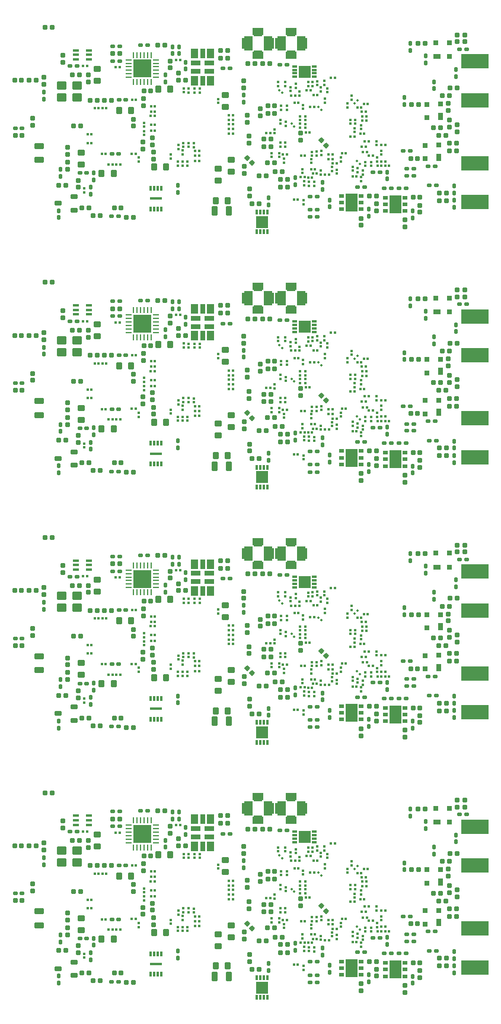
<source format=gbp>
G04*
G04 #@! TF.GenerationSoftware,Altium Limited,Altium Designer,19.1.5 (86)*
G04*
G04 Layer_Color=128*
%FSLAX44Y44*%
%MOMM*%
G71*
G01*
G75*
G04:AMPARAMS|DCode=14|XSize=0.6mm|YSize=0.6mm|CornerRadius=0.06mm|HoleSize=0mm|Usage=FLASHONLY|Rotation=270.000|XOffset=0mm|YOffset=0mm|HoleType=Round|Shape=RoundedRectangle|*
%AMROUNDEDRECTD14*
21,1,0.6000,0.4800,0,0,270.0*
21,1,0.4800,0.6000,0,0,270.0*
1,1,0.1200,-0.2400,-0.2400*
1,1,0.1200,-0.2400,0.2400*
1,1,0.1200,0.2400,0.2400*
1,1,0.1200,0.2400,-0.2400*
%
%ADD14ROUNDEDRECTD14*%
G04:AMPARAMS|DCode=15|XSize=0.6mm|YSize=0.6mm|CornerRadius=0.06mm|HoleSize=0mm|Usage=FLASHONLY|Rotation=0.000|XOffset=0mm|YOffset=0mm|HoleType=Round|Shape=RoundedRectangle|*
%AMROUNDEDRECTD15*
21,1,0.6000,0.4800,0,0,0.0*
21,1,0.4800,0.6000,0,0,0.0*
1,1,0.1200,0.2400,-0.2400*
1,1,0.1200,-0.2400,-0.2400*
1,1,0.1200,-0.2400,0.2400*
1,1,0.1200,0.2400,0.2400*
%
%ADD15ROUNDEDRECTD15*%
G04:AMPARAMS|DCode=16|XSize=1mm|YSize=0.9mm|CornerRadius=0.1125mm|HoleSize=0mm|Usage=FLASHONLY|Rotation=180.000|XOffset=0mm|YOffset=0mm|HoleType=Round|Shape=RoundedRectangle|*
%AMROUNDEDRECTD16*
21,1,1.0000,0.6750,0,0,180.0*
21,1,0.7750,0.9000,0,0,180.0*
1,1,0.2250,-0.3875,0.3375*
1,1,0.2250,0.3875,0.3375*
1,1,0.2250,0.3875,-0.3375*
1,1,0.2250,-0.3875,-0.3375*
%
%ADD16ROUNDEDRECTD16*%
G04:AMPARAMS|DCode=19|XSize=1mm|YSize=0.9mm|CornerRadius=0.1125mm|HoleSize=0mm|Usage=FLASHONLY|Rotation=270.000|XOffset=0mm|YOffset=0mm|HoleType=Round|Shape=RoundedRectangle|*
%AMROUNDEDRECTD19*
21,1,1.0000,0.6750,0,0,270.0*
21,1,0.7750,0.9000,0,0,270.0*
1,1,0.2250,-0.3375,-0.3875*
1,1,0.2250,-0.3375,0.3875*
1,1,0.2250,0.3375,0.3875*
1,1,0.2250,0.3375,-0.3875*
%
%ADD19ROUNDEDRECTD19*%
G04:AMPARAMS|DCode=20|XSize=0.5mm|YSize=0.6mm|CornerRadius=0.05mm|HoleSize=0mm|Usage=FLASHONLY|Rotation=90.000|XOffset=0mm|YOffset=0mm|HoleType=Round|Shape=RoundedRectangle|*
%AMROUNDEDRECTD20*
21,1,0.5000,0.5000,0,0,90.0*
21,1,0.4000,0.6000,0,0,90.0*
1,1,0.1000,0.2500,0.2000*
1,1,0.1000,0.2500,-0.2000*
1,1,0.1000,-0.2500,-0.2000*
1,1,0.1000,-0.2500,0.2000*
%
%ADD20ROUNDEDRECTD20*%
G04:AMPARAMS|DCode=21|XSize=0.5mm|YSize=0.6mm|CornerRadius=0.05mm|HoleSize=0mm|Usage=FLASHONLY|Rotation=0.000|XOffset=0mm|YOffset=0mm|HoleType=Round|Shape=RoundedRectangle|*
%AMROUNDEDRECTD21*
21,1,0.5000,0.5000,0,0,0.0*
21,1,0.4000,0.6000,0,0,0.0*
1,1,0.1000,0.2000,-0.2500*
1,1,0.1000,-0.2000,-0.2500*
1,1,0.1000,-0.2000,0.2500*
1,1,0.1000,0.2000,0.2500*
%
%ADD21ROUNDEDRECTD21*%
%ADD27R,4.0000X2.0000*%
%ADD35R,0.3500X0.3000*%
%ADD39R,0.3000X0.3500*%
G04:AMPARAMS|DCode=42|XSize=1.3mm|YSize=0.8mm|CornerRadius=0.1mm|HoleSize=0mm|Usage=FLASHONLY|Rotation=270.000|XOffset=0mm|YOffset=0mm|HoleType=Round|Shape=RoundedRectangle|*
%AMROUNDEDRECTD42*
21,1,1.3000,0.6000,0,0,270.0*
21,1,1.1000,0.8000,0,0,270.0*
1,1,0.2000,-0.3000,-0.5500*
1,1,0.2000,-0.3000,0.5500*
1,1,0.2000,0.3000,0.5500*
1,1,0.2000,0.3000,-0.5500*
%
%ADD42ROUNDEDRECTD42*%
G04:AMPARAMS|DCode=83|XSize=0.3mm|YSize=0.35mm|CornerRadius=0mm|HoleSize=0mm|Usage=FLASHONLY|Rotation=315.000|XOffset=0mm|YOffset=0mm|HoleType=Round|Shape=Rectangle|*
%AMROTATEDRECTD83*
4,1,4,-0.2298,-0.0177,0.0177,0.2298,0.2298,0.0177,-0.0177,-0.2298,-0.2298,-0.0177,0.0*
%
%ADD83ROTATEDRECTD83*%

G04:AMPARAMS|DCode=84|XSize=0.6mm|YSize=0.6mm|CornerRadius=0.06mm|HoleSize=0mm|Usage=FLASHONLY|Rotation=45.000|XOffset=0mm|YOffset=0mm|HoleType=Round|Shape=RoundedRectangle|*
%AMROUNDEDRECTD84*
21,1,0.6000,0.4800,0,0,45.0*
21,1,0.4800,0.6000,0,0,45.0*
1,1,0.1200,0.3394,0.0000*
1,1,0.1200,0.0000,-0.3394*
1,1,0.1200,-0.3394,0.0000*
1,1,0.1200,0.0000,0.3394*
%
%ADD84ROUNDEDRECTD84*%
%ADD85R,0.3000X0.8000*%
%ADD86R,1.8000X0.3000*%
%ADD87R,1.5500X1.0000*%
%ADD88R,1.2000X1.6000*%
%ADD89R,1.2000X1.2000*%
%ADD90R,1.2000X2.1500*%
%ADD91R,1.0000X0.7000*%
%ADD92R,0.7000X0.7000*%
%ADD93R,0.7000X0.7000*%
%ADD94R,0.7000X1.0000*%
G04:AMPARAMS|DCode=95|XSize=0.6mm|YSize=1mm|CornerRadius=0.075mm|HoleSize=0mm|Usage=FLASHONLY|Rotation=270.000|XOffset=0mm|YOffset=0mm|HoleType=Round|Shape=RoundedRectangle|*
%AMROUNDEDRECTD95*
21,1,0.6000,0.8500,0,0,270.0*
21,1,0.4500,1.0000,0,0,270.0*
1,1,0.1500,-0.4250,-0.2250*
1,1,0.1500,-0.4250,0.2250*
1,1,0.1500,0.4250,0.2250*
1,1,0.1500,0.4250,-0.2250*
%
%ADD95ROUNDEDRECTD95*%
%ADD96R,0.8500X0.4000*%
G04:AMPARAMS|DCode=99|XSize=1.3mm|YSize=0.8mm|CornerRadius=0.1mm|HoleSize=0mm|Usage=FLASHONLY|Rotation=180.000|XOffset=0mm|YOffset=0mm|HoleType=Round|Shape=RoundedRectangle|*
%AMROUNDEDRECTD99*
21,1,1.3000,0.6000,0,0,180.0*
21,1,1.1000,0.8000,0,0,180.0*
1,1,0.2000,-0.5500,0.3000*
1,1,0.2000,0.5500,0.3000*
1,1,0.2000,0.5500,-0.3000*
1,1,0.2000,-0.5500,-0.3000*
%
%ADD99ROUNDEDRECTD99*%
G04:AMPARAMS|DCode=100|XSize=1.4mm|YSize=1.2mm|CornerRadius=0.15mm|HoleSize=0mm|Usage=FLASHONLY|Rotation=0.000|XOffset=0mm|YOffset=0mm|HoleType=Round|Shape=RoundedRectangle|*
%AMROUNDEDRECTD100*
21,1,1.4000,0.9000,0,0,0.0*
21,1,1.1000,1.2000,0,0,0.0*
1,1,0.3000,0.5500,-0.4500*
1,1,0.3000,-0.5500,-0.4500*
1,1,0.3000,-0.5500,0.4500*
1,1,0.3000,0.5500,0.4500*
%
%ADD100ROUNDEDRECTD100*%
%ADD101R,2.6000X2.6000*%
%ADD102O,0.2500X0.9000*%
%ADD103O,0.9000X0.2500*%
%ADD106R,0.7000X1.3500*%
%ADD107R,1.3500X0.7000*%
%ADD108R,1.0000X1.3500*%
%ADD109R,1.7000X1.7000*%
%ADD110R,0.6500X0.3000*%
%ADD111R,1.7000X1.7000*%
%ADD112R,0.3000X0.6500*%
%ADD114R,1.7000X2.5000*%
%ADD115R,0.7000X0.5000*%
G04:AMPARAMS|DCode=116|XSize=0.3mm|YSize=0.35mm|CornerRadius=0mm|HoleSize=0mm|Usage=FLASHONLY|Rotation=45.000|XOffset=0mm|YOffset=0mm|HoleType=Round|Shape=Rectangle|*
%AMROTATEDRECTD116*
4,1,4,0.0177,-0.2298,-0.2298,0.0177,-0.0177,0.2298,0.2298,-0.0177,0.0177,-0.2298,0.0*
%
%ADD116ROTATEDRECTD116*%

D14*
X181250Y35000D02*
D03*
X171250D02*
D03*
X154000Y48500D02*
D03*
X164000D02*
D03*
X590615Y63055D02*
D03*
X580615D02*
D03*
X528115Y65305D02*
D03*
X518115D02*
D03*
X255750Y230000D02*
D03*
X245750D02*
D03*
X74500Y80750D02*
D03*
X84500D02*
D03*
X124000Y37500D02*
D03*
X134000D02*
D03*
X108000Y48500D02*
D03*
X118000D02*
D03*
X620125Y162625D02*
D03*
X610125D02*
D03*
X587500Y282500D02*
D03*
X597500D02*
D03*
X587250Y118750D02*
D03*
X577250D02*
D03*
X588750Y195750D02*
D03*
X578750Y195750D02*
D03*
X627625Y151625D02*
D03*
X617625D02*
D03*
X632875Y207875D02*
D03*
X622875D02*
D03*
X643250Y219000D02*
D03*
X633250D02*
D03*
X642750Y140500D02*
D03*
X632750Y140500D02*
D03*
X206250Y215250D02*
D03*
X196250D02*
D03*
X21750Y230000D02*
D03*
X11750D02*
D03*
X32750D02*
D03*
X42750D02*
D03*
X368000Y135750D02*
D03*
X378000D02*
D03*
X365750Y253750D02*
D03*
X375750D02*
D03*
X344750D02*
D03*
X354750D02*
D03*
X22525Y151705D02*
D03*
X12525D02*
D03*
X360500Y54250D02*
D03*
X350500D02*
D03*
X119500Y201750D02*
D03*
X129500D02*
D03*
X149750D02*
D03*
X139750D02*
D03*
X96000Y164750D02*
D03*
X106000D02*
D03*
X94250Y237500D02*
D03*
X104250D02*
D03*
X216250Y280250D02*
D03*
X226250D02*
D03*
X632750Y129500D02*
D03*
X642750D02*
D03*
X368010Y146214D02*
D03*
X378010D02*
D03*
X373260Y193714D02*
D03*
X383260D02*
D03*
X373223Y182750D02*
D03*
X383223D02*
D03*
X373000Y112777D02*
D03*
X383000D02*
D03*
X371000Y94277D02*
D03*
X361000D02*
D03*
X401500Y89027D02*
D03*
X391500D02*
D03*
X393500Y100027D02*
D03*
X383500D02*
D03*
X401510Y77964D02*
D03*
X391510D02*
D03*
X306000Y261750D02*
D03*
X316000D02*
D03*
X305944Y272913D02*
D03*
X315944D02*
D03*
X151750Y268250D02*
D03*
X161750D02*
D03*
X65000Y305750D02*
D03*
X55000D02*
D03*
X618000Y58780D02*
D03*
X628000D02*
D03*
X618000Y69750D02*
D03*
X628000D02*
D03*
X181250Y398700D02*
D03*
X171250D02*
D03*
X154000Y412200D02*
D03*
X164000D02*
D03*
X590615Y426755D02*
D03*
X580615D02*
D03*
X528115Y429005D02*
D03*
X518115D02*
D03*
X255750Y593700D02*
D03*
X245750D02*
D03*
X74500Y444450D02*
D03*
X84500D02*
D03*
X124000Y401200D02*
D03*
X134000D02*
D03*
X108000Y412200D02*
D03*
X118000D02*
D03*
X620125Y526325D02*
D03*
X610125D02*
D03*
X587500Y646200D02*
D03*
X597500D02*
D03*
X587250Y482450D02*
D03*
X577250D02*
D03*
X588750Y559450D02*
D03*
X578750Y559450D02*
D03*
X627625Y515325D02*
D03*
X617625D02*
D03*
X632875Y571575D02*
D03*
X622875D02*
D03*
X643250Y582700D02*
D03*
X633250D02*
D03*
X642750Y504200D02*
D03*
X632750Y504200D02*
D03*
X206250Y578950D02*
D03*
X196250D02*
D03*
X21750Y593700D02*
D03*
X11750D02*
D03*
X32750D02*
D03*
X42750D02*
D03*
X368000Y499450D02*
D03*
X378000D02*
D03*
X365750Y617450D02*
D03*
X375750D02*
D03*
X344750D02*
D03*
X354750D02*
D03*
X22525Y515405D02*
D03*
X12525D02*
D03*
X360500Y417950D02*
D03*
X350500D02*
D03*
X119500Y565450D02*
D03*
X129500D02*
D03*
X149750D02*
D03*
X139750D02*
D03*
X96000Y528450D02*
D03*
X106000D02*
D03*
X94250Y601200D02*
D03*
X104250D02*
D03*
X216250Y643950D02*
D03*
X226250D02*
D03*
X632750Y493200D02*
D03*
X642750D02*
D03*
X368010Y509914D02*
D03*
X378010D02*
D03*
X373260Y557414D02*
D03*
X383260D02*
D03*
X373223Y546450D02*
D03*
X383223D02*
D03*
X373000Y476477D02*
D03*
X383000D02*
D03*
X371000Y457977D02*
D03*
X361000D02*
D03*
X401500Y452727D02*
D03*
X391500D02*
D03*
X393500Y463727D02*
D03*
X383500D02*
D03*
X401510Y441664D02*
D03*
X391510D02*
D03*
X306000Y625450D02*
D03*
X316000D02*
D03*
X305944Y636613D02*
D03*
X315944D02*
D03*
X151750Y631950D02*
D03*
X161750D02*
D03*
X65000Y669450D02*
D03*
X55000D02*
D03*
X618000Y422480D02*
D03*
X628000D02*
D03*
X618000Y433450D02*
D03*
X628000D02*
D03*
X181250Y762400D02*
D03*
X171250D02*
D03*
X154000Y775900D02*
D03*
X164000D02*
D03*
X590615Y790455D02*
D03*
X580615D02*
D03*
X528115Y792705D02*
D03*
X518115D02*
D03*
X255750Y957400D02*
D03*
X245750D02*
D03*
X74500Y808150D02*
D03*
X84500D02*
D03*
X124000Y764900D02*
D03*
X134000D02*
D03*
X108000Y775900D02*
D03*
X118000D02*
D03*
X620125Y890025D02*
D03*
X610125D02*
D03*
X587500Y1009900D02*
D03*
X597500D02*
D03*
X587250Y846150D02*
D03*
X577250D02*
D03*
X588750Y923150D02*
D03*
X578750Y923150D02*
D03*
X627625Y879025D02*
D03*
X617625D02*
D03*
X632875Y935275D02*
D03*
X622875D02*
D03*
X643250Y946400D02*
D03*
X633250D02*
D03*
X642750Y867900D02*
D03*
X632750Y867900D02*
D03*
X206250Y942650D02*
D03*
X196250D02*
D03*
X21750Y957400D02*
D03*
X11750D02*
D03*
X32750D02*
D03*
X42750D02*
D03*
X368000Y863150D02*
D03*
X378000D02*
D03*
X365750Y981150D02*
D03*
X375750D02*
D03*
X344750D02*
D03*
X354750D02*
D03*
X22525Y879105D02*
D03*
X12525D02*
D03*
X360500Y781650D02*
D03*
X350500D02*
D03*
X119500Y929150D02*
D03*
X129500D02*
D03*
X149750D02*
D03*
X139750D02*
D03*
X96000Y892150D02*
D03*
X106000D02*
D03*
X94250Y964900D02*
D03*
X104250D02*
D03*
X216250Y1007650D02*
D03*
X226250D02*
D03*
X632750Y856900D02*
D03*
X642750D02*
D03*
X368010Y873614D02*
D03*
X378010D02*
D03*
X373260Y921114D02*
D03*
X383260D02*
D03*
X373223Y910150D02*
D03*
X383223D02*
D03*
X373000Y840177D02*
D03*
X383000D02*
D03*
X371000Y821677D02*
D03*
X361000D02*
D03*
X401500Y816427D02*
D03*
X391500D02*
D03*
X393500Y827427D02*
D03*
X383500D02*
D03*
X401510Y805364D02*
D03*
X391510D02*
D03*
X306000Y989150D02*
D03*
X316000D02*
D03*
X305944Y1000313D02*
D03*
X315944D02*
D03*
X151750Y995650D02*
D03*
X161750D02*
D03*
X65000Y1033150D02*
D03*
X55000D02*
D03*
X618000Y786180D02*
D03*
X628000D02*
D03*
X618000Y797150D02*
D03*
X628000D02*
D03*
X181250Y1126100D02*
D03*
X171250D02*
D03*
X154000Y1139600D02*
D03*
X164000D02*
D03*
X590615Y1154155D02*
D03*
X580615D02*
D03*
X528115Y1156405D02*
D03*
X518115D02*
D03*
X255750Y1321100D02*
D03*
X245750D02*
D03*
X74500Y1171850D02*
D03*
X84500D02*
D03*
X124000Y1128600D02*
D03*
X134000D02*
D03*
X108000Y1139600D02*
D03*
X118000D02*
D03*
X620125Y1253725D02*
D03*
X610125D02*
D03*
X587500Y1373600D02*
D03*
X597500D02*
D03*
X587250Y1209850D02*
D03*
X577250D02*
D03*
X588750Y1286850D02*
D03*
X578750Y1286850D02*
D03*
X627625Y1242725D02*
D03*
X617625D02*
D03*
X632875Y1298975D02*
D03*
X622875D02*
D03*
X643250Y1310100D02*
D03*
X633250D02*
D03*
X642750Y1231600D02*
D03*
X632750Y1231600D02*
D03*
X206250Y1306350D02*
D03*
X196250D02*
D03*
X21750Y1321100D02*
D03*
X11750D02*
D03*
X32750D02*
D03*
X42750D02*
D03*
X368000Y1226850D02*
D03*
X378000D02*
D03*
X365750Y1344850D02*
D03*
X375750D02*
D03*
X344750D02*
D03*
X354750D02*
D03*
X22525Y1242805D02*
D03*
X12525D02*
D03*
X360500Y1145350D02*
D03*
X350500D02*
D03*
X119500Y1292850D02*
D03*
X129500D02*
D03*
X149750D02*
D03*
X139750D02*
D03*
X96000Y1255850D02*
D03*
X106000D02*
D03*
X94250Y1328600D02*
D03*
X104250D02*
D03*
X216250Y1371350D02*
D03*
X226250D02*
D03*
X632750Y1220600D02*
D03*
X642750D02*
D03*
X368010Y1237314D02*
D03*
X378010D02*
D03*
X373260Y1284814D02*
D03*
X383260D02*
D03*
X373223Y1273850D02*
D03*
X383223D02*
D03*
X373000Y1203877D02*
D03*
X383000D02*
D03*
X371000Y1185377D02*
D03*
X361000D02*
D03*
X401500Y1180127D02*
D03*
X391500D02*
D03*
X393500Y1191127D02*
D03*
X383500D02*
D03*
X401510Y1169064D02*
D03*
X391510D02*
D03*
X306000Y1352850D02*
D03*
X316000D02*
D03*
X305944Y1364014D02*
D03*
X315944D02*
D03*
X151750Y1359350D02*
D03*
X161750D02*
D03*
X65000Y1396850D02*
D03*
X55000D02*
D03*
X618000Y1149880D02*
D03*
X628000D02*
D03*
X618000Y1160850D02*
D03*
X628000D02*
D03*
D15*
X590500Y42000D02*
D03*
Y52000D02*
D03*
X528115Y44305D02*
D03*
Y54305D02*
D03*
X569365Y21055D02*
D03*
Y31055D02*
D03*
X506865Y23305D02*
D03*
Y33305D02*
D03*
X245885Y240025D02*
D03*
Y230025D02*
D03*
X631125Y186875D02*
D03*
Y196875D02*
D03*
X632250Y173250D02*
D03*
Y163250D02*
D03*
X37750Y176000D02*
D03*
Y166000D02*
D03*
X208750Y148250D02*
D03*
Y138250D02*
D03*
X195250Y132300D02*
D03*
Y142300D02*
D03*
X195750Y204250D02*
D03*
Y194250D02*
D03*
X181750Y174750D02*
D03*
Y164750D02*
D03*
X209750Y127750D02*
D03*
Y117750D02*
D03*
X344250Y170500D02*
D03*
Y180500D02*
D03*
X346250Y140250D02*
D03*
Y150250D02*
D03*
X362250Y179250D02*
D03*
Y189250D02*
D03*
X339000Y219000D02*
D03*
Y229000D02*
D03*
X347500Y75250D02*
D03*
Y65250D02*
D03*
X53750Y234250D02*
D03*
Y224250D02*
D03*
X87750Y134250D02*
D03*
Y124250D02*
D03*
Y113250D02*
D03*
Y103250D02*
D03*
X117000Y227500D02*
D03*
Y237500D02*
D03*
X80250Y265500D02*
D03*
Y255500D02*
D03*
X102250Y77500D02*
D03*
Y87500D02*
D03*
X643750Y167000D02*
D03*
Y157000D02*
D03*
X419760Y144714D02*
D03*
Y154714D02*
D03*
X233750Y257750D02*
D03*
Y247750D02*
D03*
X654500Y295000D02*
D03*
Y285000D02*
D03*
X643500Y295000D02*
D03*
Y285000D02*
D03*
X339750Y107250D02*
D03*
Y97250D02*
D03*
X590500Y405700D02*
D03*
Y415700D02*
D03*
X528115Y408005D02*
D03*
Y418005D02*
D03*
X569365Y384755D02*
D03*
Y394755D02*
D03*
X506865Y387005D02*
D03*
Y397005D02*
D03*
X245885Y603725D02*
D03*
Y593725D02*
D03*
X631125Y550575D02*
D03*
Y560575D02*
D03*
X632250Y536950D02*
D03*
Y526950D02*
D03*
X37750Y539700D02*
D03*
Y529700D02*
D03*
X208750Y511950D02*
D03*
Y501950D02*
D03*
X195250Y496000D02*
D03*
Y506000D02*
D03*
X195750Y567950D02*
D03*
Y557950D02*
D03*
X181750Y538450D02*
D03*
Y528450D02*
D03*
X209750Y491450D02*
D03*
Y481450D02*
D03*
X344250Y534200D02*
D03*
Y544200D02*
D03*
X346250Y503950D02*
D03*
Y513950D02*
D03*
X362250Y542950D02*
D03*
Y552950D02*
D03*
X339000Y582700D02*
D03*
Y592700D02*
D03*
X347500Y438950D02*
D03*
Y428950D02*
D03*
X53750Y597950D02*
D03*
Y587950D02*
D03*
X87750Y497950D02*
D03*
Y487950D02*
D03*
Y476950D02*
D03*
Y466950D02*
D03*
X117000Y591200D02*
D03*
Y601200D02*
D03*
X80250Y629200D02*
D03*
Y619200D02*
D03*
X102250Y441200D02*
D03*
Y451200D02*
D03*
X643750Y530700D02*
D03*
Y520700D02*
D03*
X419760Y508414D02*
D03*
Y518414D02*
D03*
X233750Y621450D02*
D03*
Y611450D02*
D03*
X654500Y658700D02*
D03*
Y648700D02*
D03*
X643500Y658700D02*
D03*
Y648700D02*
D03*
X339750Y470950D02*
D03*
Y460950D02*
D03*
X590500Y769400D02*
D03*
Y779400D02*
D03*
X528115Y771705D02*
D03*
Y781705D02*
D03*
X569365Y748455D02*
D03*
Y758455D02*
D03*
X506865Y750705D02*
D03*
Y760705D02*
D03*
X245885Y967425D02*
D03*
Y957425D02*
D03*
X631125Y914275D02*
D03*
Y924275D02*
D03*
X632250Y900650D02*
D03*
Y890650D02*
D03*
X37750Y903400D02*
D03*
Y893400D02*
D03*
X208750Y875650D02*
D03*
Y865650D02*
D03*
X195250Y859700D02*
D03*
Y869700D02*
D03*
X195750Y931650D02*
D03*
Y921650D02*
D03*
X181750Y902150D02*
D03*
Y892150D02*
D03*
X209750Y855150D02*
D03*
Y845150D02*
D03*
X344250Y897900D02*
D03*
Y907900D02*
D03*
X346250Y867650D02*
D03*
Y877650D02*
D03*
X362250Y906650D02*
D03*
Y916650D02*
D03*
X339000Y946400D02*
D03*
Y956400D02*
D03*
X347500Y802650D02*
D03*
Y792650D02*
D03*
X53750Y961650D02*
D03*
Y951650D02*
D03*
X87750Y861650D02*
D03*
Y851650D02*
D03*
Y840650D02*
D03*
Y830650D02*
D03*
X117000Y954900D02*
D03*
Y964900D02*
D03*
X80250Y992900D02*
D03*
Y982900D02*
D03*
X102250Y804900D02*
D03*
Y814900D02*
D03*
X643750Y894400D02*
D03*
Y884400D02*
D03*
X419760Y872114D02*
D03*
Y882114D02*
D03*
X233750Y985150D02*
D03*
Y975150D02*
D03*
X654500Y1022400D02*
D03*
Y1012400D02*
D03*
X643500Y1022400D02*
D03*
Y1012400D02*
D03*
X339750Y834650D02*
D03*
Y824650D02*
D03*
X590500Y1133100D02*
D03*
Y1143100D02*
D03*
X528115Y1135405D02*
D03*
Y1145405D02*
D03*
X569365Y1112155D02*
D03*
Y1122155D02*
D03*
X506865Y1114405D02*
D03*
Y1124405D02*
D03*
X245885Y1331125D02*
D03*
Y1321125D02*
D03*
X631125Y1277975D02*
D03*
Y1287975D02*
D03*
X632250Y1264350D02*
D03*
Y1254350D02*
D03*
X37750Y1267100D02*
D03*
Y1257100D02*
D03*
X208750Y1239350D02*
D03*
Y1229350D02*
D03*
X195250Y1223400D02*
D03*
Y1233400D02*
D03*
X195750Y1295350D02*
D03*
Y1285350D02*
D03*
X181750Y1265850D02*
D03*
Y1255850D02*
D03*
X209750Y1218850D02*
D03*
Y1208850D02*
D03*
X344250Y1261600D02*
D03*
Y1271600D02*
D03*
X346250Y1231350D02*
D03*
Y1241350D02*
D03*
X362250Y1270350D02*
D03*
Y1280350D02*
D03*
X339000Y1310100D02*
D03*
Y1320100D02*
D03*
X347500Y1166350D02*
D03*
Y1156350D02*
D03*
X53750Y1325350D02*
D03*
Y1315350D02*
D03*
X87750Y1225350D02*
D03*
Y1215350D02*
D03*
Y1204350D02*
D03*
Y1194350D02*
D03*
X117000Y1318600D02*
D03*
Y1328600D02*
D03*
X80250Y1356600D02*
D03*
Y1346600D02*
D03*
X102250Y1168600D02*
D03*
Y1178600D02*
D03*
X643750Y1258100D02*
D03*
Y1248100D02*
D03*
X419760Y1235814D02*
D03*
Y1245814D02*
D03*
X233750Y1348850D02*
D03*
Y1338850D02*
D03*
X654500Y1386100D02*
D03*
Y1376100D02*
D03*
X643500Y1386100D02*
D03*
Y1376100D02*
D03*
X339750Y1198350D02*
D03*
Y1188350D02*
D03*
D16*
X302500Y87250D02*
D03*
Y104250D02*
D03*
X312500Y192350D02*
D03*
Y209350D02*
D03*
X106750Y109850D02*
D03*
Y126850D02*
D03*
X321250Y99750D02*
D03*
Y116750D02*
D03*
X130000Y246000D02*
D03*
Y229000D02*
D03*
X302500Y450950D02*
D03*
Y467950D02*
D03*
X312500Y556050D02*
D03*
Y573050D02*
D03*
X106750Y473550D02*
D03*
Y490550D02*
D03*
X321250Y463450D02*
D03*
Y480450D02*
D03*
X130000Y609700D02*
D03*
Y592700D02*
D03*
X302500Y814650D02*
D03*
Y831650D02*
D03*
X312500Y919750D02*
D03*
Y936750D02*
D03*
X106750Y837250D02*
D03*
Y854250D02*
D03*
X321250Y827150D02*
D03*
Y844150D02*
D03*
X130000Y973400D02*
D03*
Y956400D02*
D03*
X302500Y1178350D02*
D03*
Y1195350D02*
D03*
X312500Y1283450D02*
D03*
Y1300450D02*
D03*
X106750Y1200950D02*
D03*
Y1217950D02*
D03*
X321250Y1190850D02*
D03*
Y1207850D02*
D03*
X130000Y1337100D02*
D03*
Y1320100D02*
D03*
D19*
X228000Y106250D02*
D03*
X211000D02*
D03*
X234000Y217250D02*
D03*
X217000D02*
D03*
X178250Y187000D02*
D03*
X161250D02*
D03*
X153000Y97250D02*
D03*
X136000D02*
D03*
X299000Y58750D02*
D03*
X316000D02*
D03*
X228000Y469950D02*
D03*
X211000D02*
D03*
X234000Y580950D02*
D03*
X217000D02*
D03*
X178250Y550700D02*
D03*
X161250D02*
D03*
X153000Y460950D02*
D03*
X136000D02*
D03*
X299000Y422450D02*
D03*
X316000D02*
D03*
X228000Y833651D02*
D03*
X211000D02*
D03*
X234000Y944650D02*
D03*
X217000D02*
D03*
X178250Y914400D02*
D03*
X161250D02*
D03*
X153000Y824650D02*
D03*
X136000D02*
D03*
X299000Y786150D02*
D03*
X316000D02*
D03*
X228000Y1197351D02*
D03*
X211000D02*
D03*
X234000Y1308350D02*
D03*
X217000D02*
D03*
X178250Y1278100D02*
D03*
X161250D02*
D03*
X153000Y1188350D02*
D03*
X136000D02*
D03*
X299000Y1149850D02*
D03*
X316000D02*
D03*
D20*
X150250Y36250D02*
D03*
X160250Y36250D02*
D03*
X549865Y76555D02*
D03*
X539865D02*
D03*
X560865D02*
D03*
X570865D02*
D03*
X511250Y78250D02*
D03*
X501250D02*
D03*
X309500Y247000D02*
D03*
X319500D02*
D03*
X566500Y129250D02*
D03*
X576500D02*
D03*
X12500Y162000D02*
D03*
X22500D02*
D03*
X104750Y97750D02*
D03*
X114750D02*
D03*
X101000Y250250D02*
D03*
X91000D02*
D03*
X160501Y125100D02*
D03*
X150500D02*
D03*
X160751Y202350D02*
D03*
X170751D02*
D03*
X201750Y280250D02*
D03*
X191750D02*
D03*
X390500Y252000D02*
D03*
X400500D02*
D03*
X581647Y104000D02*
D03*
X571647D02*
D03*
X523250Y98750D02*
D03*
X533250D02*
D03*
X434000Y45750D02*
D03*
X444000D02*
D03*
X151750Y257750D02*
D03*
X161750D02*
D03*
X151750Y278750D02*
D03*
X161750D02*
D03*
X612000Y107750D02*
D03*
X602000D02*
D03*
X603750Y80250D02*
D03*
X613750D02*
D03*
X581647Y94000D02*
D03*
X571647D02*
D03*
X433918Y64667D02*
D03*
X443918D02*
D03*
X434000Y35500D02*
D03*
X444000D02*
D03*
X657000Y274500D02*
D03*
X647000D02*
D03*
X150250Y399950D02*
D03*
X160250Y399950D02*
D03*
X549865Y440255D02*
D03*
X539865D02*
D03*
X560865D02*
D03*
X570865D02*
D03*
X511250Y441950D02*
D03*
X501250D02*
D03*
X309500Y610700D02*
D03*
X319500D02*
D03*
X566500Y492950D02*
D03*
X576500D02*
D03*
X12500Y525700D02*
D03*
X22500D02*
D03*
X104750Y461450D02*
D03*
X114750D02*
D03*
X101000Y613950D02*
D03*
X91000D02*
D03*
X160501Y488800D02*
D03*
X150500D02*
D03*
X160751Y566050D02*
D03*
X170751D02*
D03*
X201750Y643950D02*
D03*
X191750D02*
D03*
X390500Y615700D02*
D03*
X400500D02*
D03*
X581647Y467700D02*
D03*
X571647D02*
D03*
X523250Y462450D02*
D03*
X533250D02*
D03*
X434000Y409450D02*
D03*
X444000D02*
D03*
X151750Y621450D02*
D03*
X161750D02*
D03*
X151750Y642450D02*
D03*
X161750D02*
D03*
X612000Y471450D02*
D03*
X602000D02*
D03*
X603750Y443950D02*
D03*
X613750D02*
D03*
X581647Y457700D02*
D03*
X571647D02*
D03*
X433918Y428367D02*
D03*
X443918D02*
D03*
X434000Y399200D02*
D03*
X444000D02*
D03*
X657000Y638200D02*
D03*
X647000D02*
D03*
X150250Y763650D02*
D03*
X160250Y763650D02*
D03*
X549865Y803955D02*
D03*
X539865D02*
D03*
X560865D02*
D03*
X570865D02*
D03*
X511250Y805650D02*
D03*
X501250D02*
D03*
X309500Y974400D02*
D03*
X319500D02*
D03*
X566500Y856650D02*
D03*
X576500D02*
D03*
X12500Y889400D02*
D03*
X22500D02*
D03*
X104750Y825150D02*
D03*
X114750D02*
D03*
X101000Y977650D02*
D03*
X91000D02*
D03*
X160501Y852500D02*
D03*
X150500D02*
D03*
X160751Y929750D02*
D03*
X170751D02*
D03*
X201750Y1007650D02*
D03*
X191750D02*
D03*
X390500Y979400D02*
D03*
X400500D02*
D03*
X581647Y831400D02*
D03*
X571647D02*
D03*
X523250Y826150D02*
D03*
X533250D02*
D03*
X434000Y773150D02*
D03*
X444000D02*
D03*
X151750Y985150D02*
D03*
X161750D02*
D03*
X151750Y1006150D02*
D03*
X161750D02*
D03*
X612000Y835150D02*
D03*
X602000D02*
D03*
X603750Y807650D02*
D03*
X613750D02*
D03*
X581647Y821400D02*
D03*
X571647D02*
D03*
X433918Y792067D02*
D03*
X443918D02*
D03*
X434000Y762900D02*
D03*
X444000D02*
D03*
X657000Y1001900D02*
D03*
X647000D02*
D03*
X150250Y1127350D02*
D03*
X160250Y1127350D02*
D03*
X549865Y1167655D02*
D03*
X539865D02*
D03*
X560865D02*
D03*
X570865D02*
D03*
X511250Y1169350D02*
D03*
X501250D02*
D03*
X309500Y1338100D02*
D03*
X319500D02*
D03*
X566500Y1220350D02*
D03*
X576500D02*
D03*
X12500Y1253100D02*
D03*
X22500D02*
D03*
X104750Y1188850D02*
D03*
X114750D02*
D03*
X101000Y1341350D02*
D03*
X91000D02*
D03*
X160501Y1216200D02*
D03*
X150500D02*
D03*
X160751Y1293450D02*
D03*
X170751D02*
D03*
X201750Y1371350D02*
D03*
X191750D02*
D03*
X390500Y1343100D02*
D03*
X400500D02*
D03*
X581647Y1195100D02*
D03*
X571647D02*
D03*
X523250Y1189850D02*
D03*
X533250D02*
D03*
X434000Y1136850D02*
D03*
X444000D02*
D03*
X151750Y1348850D02*
D03*
X161750D02*
D03*
X151750Y1369850D02*
D03*
X161750D02*
D03*
X612000Y1198850D02*
D03*
X602000D02*
D03*
X603750Y1171350D02*
D03*
X613750D02*
D03*
X581647Y1185100D02*
D03*
X571647D02*
D03*
X433918Y1155767D02*
D03*
X443918D02*
D03*
X434000Y1126600D02*
D03*
X444000D02*
D03*
X657000Y1365600D02*
D03*
X647000D02*
D03*
D21*
X580060Y34000D02*
D03*
Y44000D02*
D03*
X461500Y49500D02*
D03*
Y59500D02*
D03*
X517615Y36305D02*
D03*
Y46305D02*
D03*
X568250Y205750D02*
D03*
Y195750D02*
D03*
X576750Y272500D02*
D03*
Y282500D02*
D03*
X74500Y44250D02*
D03*
Y34250D02*
D03*
X53750Y213250D02*
D03*
Y203250D02*
D03*
X77250Y103250D02*
D03*
Y93250D02*
D03*
X339250Y209000D02*
D03*
Y199000D02*
D03*
X374500Y62250D02*
D03*
Y52250D02*
D03*
X120250Y77750D02*
D03*
Y67750D02*
D03*
X227000Y228000D02*
D03*
Y238000D02*
D03*
X412750Y81250D02*
D03*
X412750Y91250D02*
D03*
X451750Y74250D02*
D03*
Y84249D02*
D03*
X244750Y70000D02*
D03*
Y80000D02*
D03*
X256000Y256000D02*
D03*
Y246000D02*
D03*
X246500Y268000D02*
D03*
Y278000D02*
D03*
X237250Y268000D02*
D03*
Y278000D02*
D03*
X610250Y228000D02*
D03*
Y218000D02*
D03*
X599000Y264750D02*
D03*
Y254750D02*
D03*
X543819Y89319D02*
D03*
Y99319D02*
D03*
X125000Y88250D02*
D03*
Y98250D02*
D03*
X642250Y245500D02*
D03*
Y235500D02*
D03*
X639500Y59000D02*
D03*
Y49000D02*
D03*
Y79500D02*
D03*
Y69500D02*
D03*
X580060Y397700D02*
D03*
Y407700D02*
D03*
X461500Y413200D02*
D03*
Y423200D02*
D03*
X517615Y400005D02*
D03*
Y410005D02*
D03*
X568250Y569450D02*
D03*
Y559450D02*
D03*
X576750Y636200D02*
D03*
Y646200D02*
D03*
X74500Y407950D02*
D03*
Y397950D02*
D03*
X53750Y576950D02*
D03*
Y566950D02*
D03*
X77250Y466950D02*
D03*
Y456950D02*
D03*
X339250Y572700D02*
D03*
Y562700D02*
D03*
X374500Y425950D02*
D03*
Y415950D02*
D03*
X120250Y441450D02*
D03*
Y431450D02*
D03*
X227000Y591700D02*
D03*
Y601700D02*
D03*
X412750Y444950D02*
D03*
X412750Y454950D02*
D03*
X451750Y437949D02*
D03*
Y447949D02*
D03*
X244750Y433700D02*
D03*
Y443700D02*
D03*
X256000Y619700D02*
D03*
Y609700D02*
D03*
X246500Y631700D02*
D03*
Y641700D02*
D03*
X237250Y631700D02*
D03*
Y641700D02*
D03*
X610250Y591700D02*
D03*
Y581700D02*
D03*
X599000Y628450D02*
D03*
Y618450D02*
D03*
X543819Y453019D02*
D03*
Y463019D02*
D03*
X125000Y451950D02*
D03*
Y461950D02*
D03*
X642250Y609200D02*
D03*
Y599200D02*
D03*
X639500Y422700D02*
D03*
Y412700D02*
D03*
Y443200D02*
D03*
Y433200D02*
D03*
X580060Y761400D02*
D03*
Y771400D02*
D03*
X461500Y776900D02*
D03*
Y786900D02*
D03*
X517615Y763705D02*
D03*
Y773705D02*
D03*
X568250Y933150D02*
D03*
Y923150D02*
D03*
X576750Y999900D02*
D03*
Y1009900D02*
D03*
X74500Y771650D02*
D03*
Y761650D02*
D03*
X53750Y940650D02*
D03*
Y930650D02*
D03*
X77250Y830650D02*
D03*
Y820650D02*
D03*
X339250Y936400D02*
D03*
Y926400D02*
D03*
X374500Y789650D02*
D03*
Y779650D02*
D03*
X120250Y805150D02*
D03*
Y795150D02*
D03*
X227000Y955400D02*
D03*
Y965400D02*
D03*
X412750Y808650D02*
D03*
X412750Y818650D02*
D03*
X451750Y801650D02*
D03*
Y811650D02*
D03*
X244750Y797400D02*
D03*
Y807400D02*
D03*
X256000Y983400D02*
D03*
Y973400D02*
D03*
X246500Y995400D02*
D03*
Y1005400D02*
D03*
X237250Y995400D02*
D03*
Y1005400D02*
D03*
X610250Y955400D02*
D03*
Y945400D02*
D03*
X599000Y992150D02*
D03*
Y982150D02*
D03*
X543819Y816719D02*
D03*
Y826719D02*
D03*
X125000Y815650D02*
D03*
Y825650D02*
D03*
X642250Y972900D02*
D03*
Y962900D02*
D03*
X639500Y786400D02*
D03*
Y776400D02*
D03*
Y806900D02*
D03*
Y796900D02*
D03*
X580060Y1125100D02*
D03*
Y1135100D02*
D03*
X461500Y1140600D02*
D03*
Y1150600D02*
D03*
X517615Y1127405D02*
D03*
Y1137405D02*
D03*
X568250Y1296850D02*
D03*
Y1286850D02*
D03*
X576750Y1363600D02*
D03*
Y1373600D02*
D03*
X74500Y1135350D02*
D03*
Y1125350D02*
D03*
X53750Y1304350D02*
D03*
Y1294350D02*
D03*
X77250Y1194350D02*
D03*
Y1184350D02*
D03*
X339250Y1300100D02*
D03*
Y1290100D02*
D03*
X374500Y1153350D02*
D03*
Y1143350D02*
D03*
X120250Y1168850D02*
D03*
Y1158850D02*
D03*
X227000Y1319100D02*
D03*
Y1329100D02*
D03*
X412750Y1172350D02*
D03*
X412750Y1182350D02*
D03*
X451750Y1165350D02*
D03*
Y1175350D02*
D03*
X244750Y1161100D02*
D03*
Y1171100D02*
D03*
X256000Y1347100D02*
D03*
Y1337100D02*
D03*
X246500Y1359100D02*
D03*
Y1369100D02*
D03*
X237250Y1359100D02*
D03*
Y1369100D02*
D03*
X610250Y1319100D02*
D03*
Y1309100D02*
D03*
X599000Y1355850D02*
D03*
Y1345850D02*
D03*
X543819Y1180419D02*
D03*
Y1190419D02*
D03*
X125000Y1179350D02*
D03*
Y1189350D02*
D03*
X642250Y1336600D02*
D03*
Y1326600D02*
D03*
X639500Y1150100D02*
D03*
Y1140100D02*
D03*
Y1170600D02*
D03*
Y1160600D02*
D03*
D27*
X669450Y201675D02*
D03*
Y257075D02*
D03*
Y112075D02*
D03*
Y56675D02*
D03*
Y565375D02*
D03*
Y620775D02*
D03*
Y475775D02*
D03*
Y420375D02*
D03*
Y929075D02*
D03*
Y984475D02*
D03*
Y839475D02*
D03*
Y784075D02*
D03*
Y1292775D02*
D03*
Y1348175D02*
D03*
Y1203175D02*
D03*
Y1147775D02*
D03*
D35*
X449500Y123750D02*
D03*
Y129350D02*
D03*
X535500Y129600D02*
D03*
Y124000D02*
D03*
X506250Y160700D02*
D03*
Y166300D02*
D03*
X509000Y101550D02*
D03*
Y95950D02*
D03*
X246000Y137550D02*
D03*
X246000Y131950D02*
D03*
X251500Y124450D02*
D03*
Y130050D02*
D03*
X234500Y118700D02*
D03*
Y124300D02*
D03*
X252500Y135200D02*
D03*
X252500Y140800D02*
D03*
X260250Y135200D02*
D03*
Y140800D02*
D03*
X267500Y134950D02*
D03*
X267500Y140550D02*
D03*
X252000Y108700D02*
D03*
X252000Y114300D02*
D03*
X245250Y108700D02*
D03*
Y114300D02*
D03*
X258500Y114300D02*
D03*
Y108700D02*
D03*
X465050Y100950D02*
D03*
Y106550D02*
D03*
X471750Y97200D02*
D03*
Y102800D02*
D03*
X494740Y107000D02*
D03*
Y101400D02*
D03*
X449000Y101550D02*
D03*
Y95950D02*
D03*
X512460Y113514D02*
D03*
Y107914D02*
D03*
X520500Y113550D02*
D03*
Y107950D02*
D03*
X528500Y137700D02*
D03*
Y143300D02*
D03*
X501250Y104550D02*
D03*
Y98950D02*
D03*
X432000Y85550D02*
D03*
Y79950D02*
D03*
X439250Y85300D02*
D03*
Y79700D02*
D03*
X424210Y53400D02*
D03*
Y59000D02*
D03*
X506250Y92050D02*
D03*
Y86450D02*
D03*
X437250Y221950D02*
D03*
Y227550D02*
D03*
X487000Y191700D02*
D03*
Y197300D02*
D03*
X477750Y120050D02*
D03*
Y114450D02*
D03*
X491500Y168200D02*
D03*
Y173800D02*
D03*
X498250D02*
D03*
Y168200D02*
D03*
X196751Y157650D02*
D03*
Y152050D02*
D03*
X188750Y114300D02*
D03*
Y119900D02*
D03*
X111500Y76050D02*
D03*
Y70450D02*
D03*
X196250Y169400D02*
D03*
Y163800D02*
D03*
X260400Y218260D02*
D03*
Y212660D02*
D03*
X252950Y218510D02*
D03*
Y212910D02*
D03*
X268600Y218260D02*
D03*
Y212660D02*
D03*
X276500Y218300D02*
D03*
Y212700D02*
D03*
X302750Y203300D02*
D03*
Y197700D02*
D03*
X435250Y117800D02*
D03*
Y112200D02*
D03*
X398510Y140940D02*
D03*
Y135340D02*
D03*
X391250Y141027D02*
D03*
Y135427D02*
D03*
X383250Y154750D02*
D03*
Y160350D02*
D03*
X399260Y165414D02*
D03*
Y171014D02*
D03*
X391460Y168214D02*
D03*
Y173814D02*
D03*
X392000Y193714D02*
D03*
Y188114D02*
D03*
X400500Y193714D02*
D03*
Y188114D02*
D03*
X398010Y227764D02*
D03*
Y222164D02*
D03*
X388000Y222164D02*
D03*
Y227764D02*
D03*
X418760Y208414D02*
D03*
Y214014D02*
D03*
X405750Y214777D02*
D03*
Y220377D02*
D03*
X413260Y219414D02*
D03*
Y225014D02*
D03*
X426760Y168014D02*
D03*
Y162414D02*
D03*
X419250Y168110D02*
D03*
Y162510D02*
D03*
X426760Y179014D02*
D03*
Y173414D02*
D03*
X419250Y179014D02*
D03*
Y173414D02*
D03*
X423250Y194800D02*
D03*
Y189200D02*
D03*
X454760Y203714D02*
D03*
Y198114D02*
D03*
X458260Y212914D02*
D03*
Y218514D02*
D03*
X453750Y223450D02*
D03*
Y229050D02*
D03*
X448500Y214450D02*
D03*
Y220050D02*
D03*
X529250Y114200D02*
D03*
Y119800D02*
D03*
X436500Y128050D02*
D03*
Y122450D02*
D03*
X443020Y122714D02*
D03*
Y128314D02*
D03*
X422510Y103514D02*
D03*
Y97914D02*
D03*
X389260Y126514D02*
D03*
Y120914D02*
D03*
X378750Y126527D02*
D03*
Y120927D02*
D03*
X396250Y112777D02*
D03*
Y118377D02*
D03*
X425560Y86064D02*
D03*
Y80464D02*
D03*
X497250Y161800D02*
D03*
Y156200D02*
D03*
X492750Y208050D02*
D03*
Y202450D02*
D03*
X443750Y228800D02*
D03*
Y223200D02*
D03*
X430750Y227300D02*
D03*
Y221700D02*
D03*
X449500Y487450D02*
D03*
Y493050D02*
D03*
X535500Y493300D02*
D03*
Y487700D02*
D03*
X506250Y524400D02*
D03*
Y530000D02*
D03*
X509000Y465250D02*
D03*
Y459650D02*
D03*
X246000Y501250D02*
D03*
X246000Y495650D02*
D03*
X251500Y488150D02*
D03*
Y493750D02*
D03*
X234500Y482400D02*
D03*
Y488000D02*
D03*
X252500Y498900D02*
D03*
X252500Y504500D02*
D03*
X260250Y498900D02*
D03*
Y504500D02*
D03*
X267500Y498650D02*
D03*
X267500Y504250D02*
D03*
X252000Y472400D02*
D03*
X252000Y478000D02*
D03*
X245250Y472400D02*
D03*
Y478000D02*
D03*
X258500Y478000D02*
D03*
Y472400D02*
D03*
X465050Y464650D02*
D03*
Y470250D02*
D03*
X471750Y460900D02*
D03*
Y466500D02*
D03*
X494740Y470700D02*
D03*
Y465100D02*
D03*
X449000Y465250D02*
D03*
Y459650D02*
D03*
X512460Y477214D02*
D03*
Y471614D02*
D03*
X520500Y477250D02*
D03*
Y471650D02*
D03*
X528500Y501400D02*
D03*
Y507000D02*
D03*
X501250Y468250D02*
D03*
Y462650D02*
D03*
X432000Y449250D02*
D03*
Y443650D02*
D03*
X439250Y449000D02*
D03*
Y443400D02*
D03*
X424210Y417100D02*
D03*
Y422700D02*
D03*
X506250Y455750D02*
D03*
Y450150D02*
D03*
X437250Y585650D02*
D03*
Y591250D02*
D03*
X487000Y555400D02*
D03*
Y561000D02*
D03*
X477750Y483750D02*
D03*
Y478150D02*
D03*
X491500Y531900D02*
D03*
Y537500D02*
D03*
X498250D02*
D03*
Y531900D02*
D03*
X196751Y521350D02*
D03*
Y515750D02*
D03*
X188750Y478000D02*
D03*
Y483600D02*
D03*
X111500Y439750D02*
D03*
Y434150D02*
D03*
X196250Y533100D02*
D03*
Y527500D02*
D03*
X260400Y581960D02*
D03*
Y576360D02*
D03*
X252950Y582210D02*
D03*
Y576610D02*
D03*
X268600Y581960D02*
D03*
Y576360D02*
D03*
X276500Y582000D02*
D03*
Y576400D02*
D03*
X302750Y567000D02*
D03*
Y561400D02*
D03*
X435250Y481500D02*
D03*
Y475900D02*
D03*
X398510Y504640D02*
D03*
Y499040D02*
D03*
X391250Y504727D02*
D03*
Y499127D02*
D03*
X383250Y518450D02*
D03*
Y524050D02*
D03*
X399260Y529114D02*
D03*
Y534714D02*
D03*
X391460Y531914D02*
D03*
Y537514D02*
D03*
X392000Y557414D02*
D03*
Y551814D02*
D03*
X400500Y557414D02*
D03*
Y551814D02*
D03*
X398010Y591464D02*
D03*
Y585864D02*
D03*
X388000Y585864D02*
D03*
Y591464D02*
D03*
X418760Y572114D02*
D03*
Y577714D02*
D03*
X405750Y578477D02*
D03*
Y584077D02*
D03*
X413260Y583114D02*
D03*
Y588714D02*
D03*
X426760Y531714D02*
D03*
Y526114D02*
D03*
X419250Y531810D02*
D03*
Y526210D02*
D03*
X426760Y542714D02*
D03*
Y537114D02*
D03*
X419250Y542714D02*
D03*
Y537114D02*
D03*
X423250Y558500D02*
D03*
Y552900D02*
D03*
X454760Y567414D02*
D03*
Y561814D02*
D03*
X458260Y576614D02*
D03*
Y582214D02*
D03*
X453750Y587150D02*
D03*
Y592750D02*
D03*
X448500Y578150D02*
D03*
Y583750D02*
D03*
X529250Y477900D02*
D03*
Y483500D02*
D03*
X436500Y491750D02*
D03*
Y486150D02*
D03*
X443020Y486414D02*
D03*
Y492014D02*
D03*
X422510Y467214D02*
D03*
Y461614D02*
D03*
X389260Y490214D02*
D03*
Y484614D02*
D03*
X378750Y490227D02*
D03*
Y484627D02*
D03*
X396250Y476477D02*
D03*
Y482077D02*
D03*
X425560Y449764D02*
D03*
Y444164D02*
D03*
X497250Y525500D02*
D03*
Y519900D02*
D03*
X492750Y571750D02*
D03*
Y566150D02*
D03*
X443750Y592500D02*
D03*
Y586900D02*
D03*
X430750Y591000D02*
D03*
Y585400D02*
D03*
X449500Y851150D02*
D03*
Y856750D02*
D03*
X535500Y857000D02*
D03*
Y851400D02*
D03*
X506250Y888100D02*
D03*
Y893700D02*
D03*
X509000Y828950D02*
D03*
Y823350D02*
D03*
X246000Y864950D02*
D03*
X246000Y859350D02*
D03*
X251500Y851850D02*
D03*
Y857450D02*
D03*
X234500Y846100D02*
D03*
Y851700D02*
D03*
X252500Y862600D02*
D03*
X252500Y868200D02*
D03*
X260250Y862600D02*
D03*
Y868200D02*
D03*
X267500Y862350D02*
D03*
X267500Y867950D02*
D03*
X252000Y836100D02*
D03*
X252000Y841700D02*
D03*
X245250Y836100D02*
D03*
Y841700D02*
D03*
X258500Y841700D02*
D03*
Y836100D02*
D03*
X465050Y828350D02*
D03*
Y833950D02*
D03*
X471750Y824600D02*
D03*
Y830200D02*
D03*
X494740Y834400D02*
D03*
Y828800D02*
D03*
X449000Y828950D02*
D03*
Y823350D02*
D03*
X512460Y840914D02*
D03*
Y835314D02*
D03*
X520500Y840950D02*
D03*
Y835350D02*
D03*
X528500Y865100D02*
D03*
Y870700D02*
D03*
X501250Y831950D02*
D03*
Y826350D02*
D03*
X432000Y812950D02*
D03*
Y807350D02*
D03*
X439250Y812700D02*
D03*
Y807100D02*
D03*
X424210Y780800D02*
D03*
Y786400D02*
D03*
X506250Y819450D02*
D03*
Y813850D02*
D03*
X437250Y949350D02*
D03*
Y954950D02*
D03*
X487000Y919100D02*
D03*
Y924700D02*
D03*
X477750Y847450D02*
D03*
Y841850D02*
D03*
X491500Y895600D02*
D03*
Y901200D02*
D03*
X498250D02*
D03*
Y895600D02*
D03*
X196751Y885050D02*
D03*
Y879450D02*
D03*
X188750Y841700D02*
D03*
Y847300D02*
D03*
X111500Y803450D02*
D03*
Y797850D02*
D03*
X196250Y896800D02*
D03*
Y891200D02*
D03*
X260400Y945660D02*
D03*
Y940060D02*
D03*
X252950Y945910D02*
D03*
Y940310D02*
D03*
X268600Y945660D02*
D03*
Y940060D02*
D03*
X276500Y945700D02*
D03*
Y940100D02*
D03*
X302750Y930700D02*
D03*
Y925100D02*
D03*
X435250Y845200D02*
D03*
Y839600D02*
D03*
X398510Y868340D02*
D03*
Y862740D02*
D03*
X391250Y868427D02*
D03*
Y862827D02*
D03*
X383250Y882150D02*
D03*
Y887750D02*
D03*
X399260Y892814D02*
D03*
Y898414D02*
D03*
X391460Y895614D02*
D03*
Y901214D02*
D03*
X392000Y921114D02*
D03*
Y915514D02*
D03*
X400500Y921114D02*
D03*
Y915514D02*
D03*
X398010Y955164D02*
D03*
Y949564D02*
D03*
X388000Y949564D02*
D03*
Y955164D02*
D03*
X418760Y935814D02*
D03*
Y941414D02*
D03*
X405750Y942177D02*
D03*
Y947777D02*
D03*
X413260Y946814D02*
D03*
Y952414D02*
D03*
X426760Y895414D02*
D03*
Y889814D02*
D03*
X419250Y895510D02*
D03*
Y889910D02*
D03*
X426760Y906414D02*
D03*
Y900814D02*
D03*
X419250Y906414D02*
D03*
Y900814D02*
D03*
X423250Y922200D02*
D03*
Y916600D02*
D03*
X454760Y931114D02*
D03*
Y925514D02*
D03*
X458260Y940314D02*
D03*
Y945914D02*
D03*
X453750Y950850D02*
D03*
Y956450D02*
D03*
X448500Y941850D02*
D03*
Y947450D02*
D03*
X529250Y841600D02*
D03*
Y847200D02*
D03*
X436500Y855450D02*
D03*
Y849850D02*
D03*
X443020Y850114D02*
D03*
Y855714D02*
D03*
X422510Y830914D02*
D03*
Y825314D02*
D03*
X389260Y853914D02*
D03*
Y848314D02*
D03*
X378750Y853927D02*
D03*
Y848327D02*
D03*
X396250Y840177D02*
D03*
Y845777D02*
D03*
X425560Y813464D02*
D03*
Y807864D02*
D03*
X497250Y889200D02*
D03*
Y883600D02*
D03*
X492750Y935450D02*
D03*
Y929850D02*
D03*
X443750Y956200D02*
D03*
Y950600D02*
D03*
X430750Y954700D02*
D03*
Y949100D02*
D03*
X449500Y1214850D02*
D03*
Y1220450D02*
D03*
X535500Y1220700D02*
D03*
Y1215100D02*
D03*
X506250Y1251800D02*
D03*
Y1257400D02*
D03*
X509000Y1192650D02*
D03*
Y1187050D02*
D03*
X246000Y1228650D02*
D03*
X246000Y1223050D02*
D03*
X251500Y1215550D02*
D03*
Y1221150D02*
D03*
X234500Y1209800D02*
D03*
Y1215400D02*
D03*
X252500Y1226300D02*
D03*
X252500Y1231900D02*
D03*
X260250Y1226300D02*
D03*
Y1231900D02*
D03*
X267500Y1226050D02*
D03*
X267500Y1231650D02*
D03*
X252000Y1199800D02*
D03*
X252000Y1205400D02*
D03*
X245250Y1199800D02*
D03*
Y1205400D02*
D03*
X258500Y1205400D02*
D03*
Y1199800D02*
D03*
X465050Y1192050D02*
D03*
Y1197650D02*
D03*
X471750Y1188300D02*
D03*
Y1193900D02*
D03*
X494740Y1198100D02*
D03*
Y1192500D02*
D03*
X449000Y1192650D02*
D03*
Y1187050D02*
D03*
X512460Y1204614D02*
D03*
Y1199014D02*
D03*
X520500Y1204650D02*
D03*
Y1199050D02*
D03*
X528500Y1228800D02*
D03*
Y1234400D02*
D03*
X501250Y1195650D02*
D03*
Y1190050D02*
D03*
X432000Y1176650D02*
D03*
Y1171050D02*
D03*
X439250Y1176400D02*
D03*
Y1170800D02*
D03*
X424210Y1144500D02*
D03*
Y1150100D02*
D03*
X506250Y1183150D02*
D03*
Y1177550D02*
D03*
X437250Y1313050D02*
D03*
Y1318650D02*
D03*
X487000Y1282800D02*
D03*
Y1288400D02*
D03*
X477750Y1211150D02*
D03*
Y1205550D02*
D03*
X491500Y1259300D02*
D03*
Y1264900D02*
D03*
X498250D02*
D03*
Y1259300D02*
D03*
X196751Y1248750D02*
D03*
Y1243150D02*
D03*
X188750Y1205400D02*
D03*
Y1211000D02*
D03*
X111500Y1167150D02*
D03*
Y1161550D02*
D03*
X196250Y1260500D02*
D03*
Y1254900D02*
D03*
X260400Y1309360D02*
D03*
Y1303760D02*
D03*
X252950Y1309610D02*
D03*
Y1304010D02*
D03*
X268600Y1309360D02*
D03*
Y1303760D02*
D03*
X276500Y1309400D02*
D03*
Y1303800D02*
D03*
X302750Y1294400D02*
D03*
Y1288800D02*
D03*
X435250Y1208900D02*
D03*
Y1203300D02*
D03*
X398510Y1232040D02*
D03*
Y1226440D02*
D03*
X391250Y1232127D02*
D03*
Y1226527D02*
D03*
X383250Y1245850D02*
D03*
Y1251450D02*
D03*
X399260Y1256514D02*
D03*
Y1262114D02*
D03*
X391460Y1259314D02*
D03*
Y1264914D02*
D03*
X392000Y1284814D02*
D03*
Y1279214D02*
D03*
X400500Y1284814D02*
D03*
Y1279214D02*
D03*
X398010Y1318864D02*
D03*
Y1313264D02*
D03*
X388000Y1313264D02*
D03*
Y1318864D02*
D03*
X418760Y1299514D02*
D03*
Y1305114D02*
D03*
X405750Y1305877D02*
D03*
Y1311477D02*
D03*
X413260Y1310514D02*
D03*
Y1316114D02*
D03*
X426760Y1259114D02*
D03*
Y1253514D02*
D03*
X419250Y1259210D02*
D03*
Y1253610D02*
D03*
X426760Y1270114D02*
D03*
Y1264514D02*
D03*
X419250Y1270114D02*
D03*
Y1264514D02*
D03*
X423250Y1285900D02*
D03*
Y1280300D02*
D03*
X454760Y1294814D02*
D03*
Y1289214D02*
D03*
X458260Y1304014D02*
D03*
Y1309614D02*
D03*
X453750Y1314550D02*
D03*
Y1320150D02*
D03*
X448500Y1305550D02*
D03*
Y1311150D02*
D03*
X529250Y1205300D02*
D03*
Y1210900D02*
D03*
X436500Y1219150D02*
D03*
Y1213550D02*
D03*
X443020Y1213814D02*
D03*
Y1219414D02*
D03*
X422510Y1194614D02*
D03*
Y1189014D02*
D03*
X389260Y1217614D02*
D03*
Y1212014D02*
D03*
X378750Y1217627D02*
D03*
Y1212027D02*
D03*
X396250Y1203877D02*
D03*
Y1209477D02*
D03*
X425560Y1177164D02*
D03*
Y1171564D02*
D03*
X497250Y1252900D02*
D03*
Y1247300D02*
D03*
X492750Y1299150D02*
D03*
Y1293550D02*
D03*
X443750Y1319900D02*
D03*
Y1314300D02*
D03*
X430750Y1318400D02*
D03*
Y1312800D02*
D03*
D39*
X434950Y103500D02*
D03*
X440550D02*
D03*
X410450Y60250D02*
D03*
X416050D02*
D03*
X494450Y93250D02*
D03*
X500050D02*
D03*
X269700Y129500D02*
D03*
X275300D02*
D03*
X275300Y115500D02*
D03*
X269700D02*
D03*
X275300Y122500D02*
D03*
X269700D02*
D03*
X465550Y124500D02*
D03*
X459950D02*
D03*
X466250Y111750D02*
D03*
X471850D02*
D03*
X430950Y91750D02*
D03*
X436550D02*
D03*
X460200Y118000D02*
D03*
X465800D02*
D03*
X460800Y95750D02*
D03*
X455200D02*
D03*
X479150Y126000D02*
D03*
X484750D02*
D03*
X540950Y108000D02*
D03*
X546550D02*
D03*
X535550D02*
D03*
X529950D02*
D03*
X497250Y150000D02*
D03*
X491650D02*
D03*
X510450Y196750D02*
D03*
X516050D02*
D03*
X463450Y233750D02*
D03*
X469050D02*
D03*
X535450Y137750D02*
D03*
X541050D02*
D03*
X439300Y192000D02*
D03*
X433700D02*
D03*
X155950Y248750D02*
D03*
X161550D02*
D03*
X317700Y154000D02*
D03*
X323300D02*
D03*
X317700Y173500D02*
D03*
X323300Y173500D02*
D03*
X317700Y160500D02*
D03*
X323300Y160500D02*
D03*
X317700Y167250D02*
D03*
X323300D02*
D03*
X508200Y179000D02*
D03*
X513800D02*
D03*
X501080Y191420D02*
D03*
X506680D02*
D03*
X513800Y172500D02*
D03*
X508200D02*
D03*
X115300Y250500D02*
D03*
X109700D02*
D03*
X156951Y110350D02*
D03*
X162551D02*
D03*
X151551D02*
D03*
X145950D02*
D03*
X121450Y152850D02*
D03*
X115850D02*
D03*
X185051Y202350D02*
D03*
X179450Y202350D02*
D03*
X179200Y125600D02*
D03*
X184800D02*
D03*
X125950Y190250D02*
D03*
X131550D02*
D03*
X142800Y190250D02*
D03*
X137200D02*
D03*
X121450Y140850D02*
D03*
X115850D02*
D03*
X206450Y166500D02*
D03*
X212050Y166500D02*
D03*
X206450Y158000D02*
D03*
X212050D02*
D03*
X323300Y180000D02*
D03*
X317700D02*
D03*
X206400Y193350D02*
D03*
X212000D02*
D03*
X206200Y179250D02*
D03*
X211800D02*
D03*
X206450Y185750D02*
D03*
X212050Y185750D02*
D03*
X141800Y125100D02*
D03*
X136201D02*
D03*
X507700Y185500D02*
D03*
X513300D02*
D03*
X400500Y124414D02*
D03*
X394900D02*
D03*
X376960Y155264D02*
D03*
X371360D02*
D03*
X412260Y208414D02*
D03*
X406660D02*
D03*
X427461Y155964D02*
D03*
X433060D02*
D03*
X444000Y209027D02*
D03*
X438400D02*
D03*
X434550Y215500D02*
D03*
X428950D02*
D03*
X511050Y154000D02*
D03*
X505450D02*
D03*
X517290Y143340D02*
D03*
X511690D02*
D03*
X507710Y135714D02*
D03*
X513310D02*
D03*
X508980Y127780D02*
D03*
X514580D02*
D03*
X541050Y114500D02*
D03*
X535450D02*
D03*
X443300Y97250D02*
D03*
X437700D02*
D03*
X426060Y91964D02*
D03*
X420460D02*
D03*
X248050Y259250D02*
D03*
X242450D02*
D03*
X523050Y123000D02*
D03*
X517450D02*
D03*
X411450Y198000D02*
D03*
X417050D02*
D03*
X420700Y122500D02*
D03*
X426300D02*
D03*
X434950Y467200D02*
D03*
X440550D02*
D03*
X410450Y423950D02*
D03*
X416050D02*
D03*
X494450Y456950D02*
D03*
X500050D02*
D03*
X269700Y493200D02*
D03*
X275300D02*
D03*
X275300Y479200D02*
D03*
X269700D02*
D03*
X275300Y486200D02*
D03*
X269700D02*
D03*
X465550Y488200D02*
D03*
X459950D02*
D03*
X466250Y475450D02*
D03*
X471850D02*
D03*
X430950Y455450D02*
D03*
X436550D02*
D03*
X460200Y481700D02*
D03*
X465800D02*
D03*
X460800Y459450D02*
D03*
X455200D02*
D03*
X479150Y489700D02*
D03*
X484750D02*
D03*
X540950Y471700D02*
D03*
X546550D02*
D03*
X535550D02*
D03*
X529950D02*
D03*
X497250Y513700D02*
D03*
X491650D02*
D03*
X510450Y560450D02*
D03*
X516050D02*
D03*
X463450Y597450D02*
D03*
X469050D02*
D03*
X535450Y501450D02*
D03*
X541050D02*
D03*
X439300Y555700D02*
D03*
X433700D02*
D03*
X155950Y612450D02*
D03*
X161550D02*
D03*
X317700Y517700D02*
D03*
X323300D02*
D03*
X317700Y537200D02*
D03*
X323300Y537200D02*
D03*
X317700Y524200D02*
D03*
X323300Y524200D02*
D03*
X317700Y530950D02*
D03*
X323300D02*
D03*
X508200Y542700D02*
D03*
X513800D02*
D03*
X501080Y555120D02*
D03*
X506680D02*
D03*
X513800Y536200D02*
D03*
X508200D02*
D03*
X115300Y614200D02*
D03*
X109700D02*
D03*
X156951Y474050D02*
D03*
X162551D02*
D03*
X151551D02*
D03*
X145950D02*
D03*
X121450Y516550D02*
D03*
X115850D02*
D03*
X185051Y566050D02*
D03*
X179450Y566050D02*
D03*
X179200Y489300D02*
D03*
X184800D02*
D03*
X125950Y553950D02*
D03*
X131550D02*
D03*
X142800Y553950D02*
D03*
X137200D02*
D03*
X121450Y504550D02*
D03*
X115850D02*
D03*
X206450Y530200D02*
D03*
X212050Y530200D02*
D03*
X206450Y521700D02*
D03*
X212050D02*
D03*
X323300Y543700D02*
D03*
X317700D02*
D03*
X206400Y557050D02*
D03*
X212000D02*
D03*
X206200Y542950D02*
D03*
X211800D02*
D03*
X206450Y549450D02*
D03*
X212050Y549450D02*
D03*
X141800Y488800D02*
D03*
X136201D02*
D03*
X507700Y549200D02*
D03*
X513300D02*
D03*
X400500Y488114D02*
D03*
X394900D02*
D03*
X376960Y518964D02*
D03*
X371360D02*
D03*
X412260Y572114D02*
D03*
X406660D02*
D03*
X427461Y519664D02*
D03*
X433060D02*
D03*
X444000Y572727D02*
D03*
X438400D02*
D03*
X434550Y579200D02*
D03*
X428950D02*
D03*
X511050Y517700D02*
D03*
X505450D02*
D03*
X517290Y507040D02*
D03*
X511690D02*
D03*
X507710Y499414D02*
D03*
X513310D02*
D03*
X508980Y491480D02*
D03*
X514580D02*
D03*
X541050Y478200D02*
D03*
X535450D02*
D03*
X443300Y460950D02*
D03*
X437700D02*
D03*
X426060Y455664D02*
D03*
X420460D02*
D03*
X248050Y622950D02*
D03*
X242450D02*
D03*
X523050Y486700D02*
D03*
X517450D02*
D03*
X411450Y561700D02*
D03*
X417050D02*
D03*
X420700Y486200D02*
D03*
X426300D02*
D03*
X434950Y830900D02*
D03*
X440550D02*
D03*
X410450Y787650D02*
D03*
X416050D02*
D03*
X494450Y820650D02*
D03*
X500050D02*
D03*
X269700Y856900D02*
D03*
X275300D02*
D03*
X275300Y842900D02*
D03*
X269700D02*
D03*
X275300Y849900D02*
D03*
X269700D02*
D03*
X465550Y851900D02*
D03*
X459950D02*
D03*
X466250Y839150D02*
D03*
X471850D02*
D03*
X430950Y819150D02*
D03*
X436550D02*
D03*
X460200Y845400D02*
D03*
X465800D02*
D03*
X460800Y823150D02*
D03*
X455200D02*
D03*
X479150Y853400D02*
D03*
X484750D02*
D03*
X540950Y835400D02*
D03*
X546550D02*
D03*
X535550D02*
D03*
X529950D02*
D03*
X497250Y877400D02*
D03*
X491650D02*
D03*
X510450Y924150D02*
D03*
X516050D02*
D03*
X463450Y961150D02*
D03*
X469050D02*
D03*
X535450Y865150D02*
D03*
X541050D02*
D03*
X439300Y919400D02*
D03*
X433700D02*
D03*
X155950Y976150D02*
D03*
X161550D02*
D03*
X317700Y881400D02*
D03*
X323300D02*
D03*
X317700Y900900D02*
D03*
X323300Y900900D02*
D03*
X317700Y887900D02*
D03*
X323300Y887900D02*
D03*
X317700Y894650D02*
D03*
X323300D02*
D03*
X508200Y906400D02*
D03*
X513800D02*
D03*
X501080Y918820D02*
D03*
X506680D02*
D03*
X513800Y899900D02*
D03*
X508200D02*
D03*
X115300Y977900D02*
D03*
X109700D02*
D03*
X156951Y837750D02*
D03*
X162551D02*
D03*
X151551D02*
D03*
X145950D02*
D03*
X121450Y880250D02*
D03*
X115850D02*
D03*
X185051Y929750D02*
D03*
X179450Y929750D02*
D03*
X179200Y853000D02*
D03*
X184800D02*
D03*
X125950Y917650D02*
D03*
X131550D02*
D03*
X142800Y917650D02*
D03*
X137200D02*
D03*
X121450Y868250D02*
D03*
X115850D02*
D03*
X206450Y893900D02*
D03*
X212050Y893900D02*
D03*
X206450Y885400D02*
D03*
X212050D02*
D03*
X323300Y907400D02*
D03*
X317700D02*
D03*
X206400Y920750D02*
D03*
X212000D02*
D03*
X206200Y906650D02*
D03*
X211800D02*
D03*
X206450Y913150D02*
D03*
X212050Y913150D02*
D03*
X141800Y852500D02*
D03*
X136201D02*
D03*
X507700Y912900D02*
D03*
X513300D02*
D03*
X400500Y851814D02*
D03*
X394900D02*
D03*
X376960Y882664D02*
D03*
X371360D02*
D03*
X412260Y935814D02*
D03*
X406660D02*
D03*
X427461Y883364D02*
D03*
X433060D02*
D03*
X444000Y936427D02*
D03*
X438400D02*
D03*
X434550Y942900D02*
D03*
X428950D02*
D03*
X511050Y881400D02*
D03*
X505450D02*
D03*
X517290Y870740D02*
D03*
X511690D02*
D03*
X507710Y863114D02*
D03*
X513310D02*
D03*
X508980Y855180D02*
D03*
X514580D02*
D03*
X541050Y841900D02*
D03*
X535450D02*
D03*
X443300Y824650D02*
D03*
X437700D02*
D03*
X426060Y819364D02*
D03*
X420460D02*
D03*
X248050Y986650D02*
D03*
X242450D02*
D03*
X523050Y850400D02*
D03*
X517450D02*
D03*
X411450Y925400D02*
D03*
X417050D02*
D03*
X420700Y849900D02*
D03*
X426300D02*
D03*
X434950Y1194600D02*
D03*
X440550D02*
D03*
X410450Y1151350D02*
D03*
X416050D02*
D03*
X494450Y1184350D02*
D03*
X500050D02*
D03*
X269700Y1220600D02*
D03*
X275300D02*
D03*
X275300Y1206600D02*
D03*
X269700D02*
D03*
X275300Y1213600D02*
D03*
X269700D02*
D03*
X465550Y1215600D02*
D03*
X459950D02*
D03*
X466250Y1202850D02*
D03*
X471850D02*
D03*
X430950Y1182850D02*
D03*
X436550D02*
D03*
X460200Y1209100D02*
D03*
X465800D02*
D03*
X460800Y1186850D02*
D03*
X455200D02*
D03*
X479150Y1217100D02*
D03*
X484750D02*
D03*
X540950Y1199100D02*
D03*
X546550D02*
D03*
X535550D02*
D03*
X529950D02*
D03*
X497250Y1241100D02*
D03*
X491650D02*
D03*
X510450Y1287850D02*
D03*
X516050D02*
D03*
X463450Y1324850D02*
D03*
X469050D02*
D03*
X535450Y1228850D02*
D03*
X541050D02*
D03*
X439300Y1283100D02*
D03*
X433700D02*
D03*
X155950Y1339850D02*
D03*
X161550D02*
D03*
X317700Y1245100D02*
D03*
X323300D02*
D03*
X317700Y1264600D02*
D03*
X323300Y1264600D02*
D03*
X317700Y1251600D02*
D03*
X323300Y1251600D02*
D03*
X317700Y1258350D02*
D03*
X323300D02*
D03*
X508200Y1270100D02*
D03*
X513800D02*
D03*
X501080Y1282520D02*
D03*
X506680D02*
D03*
X513800Y1263600D02*
D03*
X508200D02*
D03*
X115300Y1341600D02*
D03*
X109700D02*
D03*
X156951Y1201450D02*
D03*
X162551D02*
D03*
X151551D02*
D03*
X145950D02*
D03*
X121450Y1243950D02*
D03*
X115850D02*
D03*
X185051Y1293450D02*
D03*
X179450Y1293450D02*
D03*
X179200Y1216700D02*
D03*
X184800D02*
D03*
X125950Y1281350D02*
D03*
X131550D02*
D03*
X142800Y1281350D02*
D03*
X137200D02*
D03*
X121450Y1231950D02*
D03*
X115850D02*
D03*
X206450Y1257600D02*
D03*
X212050Y1257600D02*
D03*
X206450Y1249100D02*
D03*
X212050D02*
D03*
X323300Y1271100D02*
D03*
X317700D02*
D03*
X206400Y1284450D02*
D03*
X212000D02*
D03*
X206200Y1270350D02*
D03*
X211800D02*
D03*
X206450Y1276850D02*
D03*
X212050Y1276850D02*
D03*
X141800Y1216200D02*
D03*
X136201D02*
D03*
X507700Y1276600D02*
D03*
X513300D02*
D03*
X400500Y1215514D02*
D03*
X394900D02*
D03*
X376960Y1246364D02*
D03*
X371360D02*
D03*
X412260Y1299514D02*
D03*
X406660D02*
D03*
X427461Y1247064D02*
D03*
X433060D02*
D03*
X444000Y1300127D02*
D03*
X438400D02*
D03*
X434550Y1306600D02*
D03*
X428950D02*
D03*
X511050Y1245100D02*
D03*
X505450D02*
D03*
X517290Y1234440D02*
D03*
X511690D02*
D03*
X507710Y1226814D02*
D03*
X513310D02*
D03*
X508980Y1218880D02*
D03*
X514580D02*
D03*
X541050Y1205600D02*
D03*
X535450D02*
D03*
X443300Y1188351D02*
D03*
X437700D02*
D03*
X426060Y1183064D02*
D03*
X420460D02*
D03*
X248050Y1350350D02*
D03*
X242450D02*
D03*
X523050Y1214100D02*
D03*
X517450D02*
D03*
X411450Y1289100D02*
D03*
X417050D02*
D03*
X420700Y1213600D02*
D03*
X426300D02*
D03*
D42*
X297750Y43750D02*
D03*
X317750D02*
D03*
X297750Y407450D02*
D03*
X317750D02*
D03*
X297750Y771150D02*
D03*
X317750D02*
D03*
X297750Y1134850D02*
D03*
X317750D02*
D03*
D83*
X500531Y114850D02*
D03*
X504490Y110890D02*
D03*
X410990Y164484D02*
D03*
X407030Y168444D02*
D03*
X389750Y216027D02*
D03*
X393710Y212067D02*
D03*
X445750Y191750D02*
D03*
X449710Y187790D02*
D03*
X500531Y478550D02*
D03*
X504490Y474590D02*
D03*
X410990Y528184D02*
D03*
X407030Y532144D02*
D03*
X389750Y579727D02*
D03*
X393710Y575767D02*
D03*
X445750Y555450D02*
D03*
X449710Y551490D02*
D03*
X500531Y842250D02*
D03*
X504490Y838290D02*
D03*
X410990Y891884D02*
D03*
X407030Y895844D02*
D03*
X389750Y943427D02*
D03*
X393710Y939467D02*
D03*
X445750Y919150D02*
D03*
X449710Y915190D02*
D03*
X500531Y1205950D02*
D03*
X504490Y1201990D02*
D03*
X410990Y1255584D02*
D03*
X407030Y1259544D02*
D03*
X389750Y1307127D02*
D03*
X393710Y1303167D02*
D03*
X445750Y1282850D02*
D03*
X449710Y1278890D02*
D03*
D84*
X351071Y112429D02*
D03*
X344000Y119500D02*
D03*
X449715Y144312D02*
D03*
X456786Y137241D02*
D03*
X351071Y476129D02*
D03*
X344000Y483200D02*
D03*
X449715Y508012D02*
D03*
X456786Y500941D02*
D03*
X351071Y839829D02*
D03*
X344000Y846900D02*
D03*
X449715Y871712D02*
D03*
X456786Y864641D02*
D03*
X351071Y1203529D02*
D03*
X344000Y1210600D02*
D03*
X449715Y1235413D02*
D03*
X456786Y1228341D02*
D03*
D85*
X220750Y46750D02*
D03*
X215750D02*
D03*
X210750D02*
D03*
X205750Y46750D02*
D03*
Y76250D02*
D03*
X210750Y76250D02*
D03*
X215750D02*
D03*
X220750D02*
D03*
Y410450D02*
D03*
X215750D02*
D03*
X210750D02*
D03*
X205750Y410450D02*
D03*
Y439950D02*
D03*
X210750Y439950D02*
D03*
X215750D02*
D03*
X220750D02*
D03*
Y774150D02*
D03*
X215750D02*
D03*
X210750D02*
D03*
X205750Y774150D02*
D03*
Y803650D02*
D03*
X210750Y803650D02*
D03*
X215750D02*
D03*
X220750D02*
D03*
Y1137850D02*
D03*
X215750D02*
D03*
X210750D02*
D03*
X205750Y1137850D02*
D03*
Y1167350D02*
D03*
X210750Y1167350D02*
D03*
X215750D02*
D03*
X220750D02*
D03*
D86*
X213250Y61500D02*
D03*
Y425200D02*
D03*
Y788900D02*
D03*
Y1152600D02*
D03*
D87*
X406750Y266000D02*
D03*
Y300000D02*
D03*
X359500Y266000D02*
D03*
Y300000D02*
D03*
X406750Y629700D02*
D03*
Y663700D02*
D03*
X359500Y629700D02*
D03*
Y663700D02*
D03*
X406750Y993400D02*
D03*
Y1027400D02*
D03*
X359500Y993400D02*
D03*
Y1027400D02*
D03*
X406750Y1357100D02*
D03*
Y1391100D02*
D03*
X359500Y1357100D02*
D03*
Y1391100D02*
D03*
D88*
X389750Y283000D02*
D03*
X423750D02*
D03*
X342500D02*
D03*
X376500D02*
D03*
X389750Y646700D02*
D03*
X423750D02*
D03*
X342500D02*
D03*
X376500D02*
D03*
X389750Y1010400D02*
D03*
X423750D02*
D03*
X342500D02*
D03*
X376500D02*
D03*
X389750Y1374100D02*
D03*
X423750D02*
D03*
X342500D02*
D03*
X376500D02*
D03*
D89*
X406750Y299000D02*
D03*
X406750Y267000D02*
D03*
X359500Y299000D02*
D03*
Y267000D02*
D03*
X406750Y662700D02*
D03*
X406750Y630700D02*
D03*
X359500Y662700D02*
D03*
Y630700D02*
D03*
X406750Y1026400D02*
D03*
X406750Y994400D02*
D03*
X359500Y1026400D02*
D03*
Y994400D02*
D03*
X406750Y1390100D02*
D03*
X406750Y1358100D02*
D03*
X359500Y1390100D02*
D03*
Y1358100D02*
D03*
D90*
X420750Y283000D02*
D03*
X392750D02*
D03*
X373500D02*
D03*
X345500D02*
D03*
X420750Y646700D02*
D03*
X392750D02*
D03*
X373500D02*
D03*
X345500D02*
D03*
X420750Y1010400D02*
D03*
X392750D02*
D03*
X373500D02*
D03*
X345500D02*
D03*
X420750Y1374100D02*
D03*
X392750D02*
D03*
X373500D02*
D03*
X345500D02*
D03*
D91*
X615250Y263750D02*
D03*
Y627450D02*
D03*
Y991150D02*
D03*
Y1354850D02*
D03*
D92*
X632500Y263750D02*
D03*
X632250Y283500D02*
D03*
X613250D02*
D03*
X632500Y627450D02*
D03*
X632250Y647200D02*
D03*
X613250D02*
D03*
X632500Y991150D02*
D03*
X632250Y1010900D02*
D03*
X613250D02*
D03*
X632500Y1354850D02*
D03*
X632250Y1374600D02*
D03*
X613250D02*
D03*
D93*
X597500Y118500D02*
D03*
Y137500D02*
D03*
X617250Y137750D02*
D03*
X620000Y196000D02*
D03*
X600250Y195750D02*
D03*
Y176750D02*
D03*
X597500Y482200D02*
D03*
Y501200D02*
D03*
X617250Y501450D02*
D03*
X620000Y559700D02*
D03*
X600250Y559450D02*
D03*
Y540450D02*
D03*
X597500Y845900D02*
D03*
Y864900D02*
D03*
X617250Y865150D02*
D03*
X620000Y923400D02*
D03*
X600250Y923150D02*
D03*
Y904150D02*
D03*
X597500Y1209600D02*
D03*
Y1228600D02*
D03*
X617250Y1228850D02*
D03*
X620000Y1287100D02*
D03*
X600250Y1286850D02*
D03*
Y1267850D02*
D03*
D94*
X617250Y120500D02*
D03*
X620000Y178750D02*
D03*
X617250Y484200D02*
D03*
X620000Y542450D02*
D03*
X617250Y847900D02*
D03*
X620000Y906150D02*
D03*
X617250Y1211600D02*
D03*
X620000Y1269850D02*
D03*
D95*
X97000Y64250D02*
D03*
Y45250D02*
D03*
X74000Y54750D02*
D03*
X97000Y427950D02*
D03*
Y408950D02*
D03*
X74000Y418450D02*
D03*
X97000Y791650D02*
D03*
Y772650D02*
D03*
X74000Y782150D02*
D03*
X97000Y1155350D02*
D03*
Y1136350D02*
D03*
X74000Y1145850D02*
D03*
D96*
X118250Y273000D02*
D03*
Y266500D02*
D03*
Y260000D02*
D03*
X99250D02*
D03*
Y266500D02*
D03*
Y273000D02*
D03*
X118250Y636700D02*
D03*
Y630200D02*
D03*
Y623700D02*
D03*
X99250D02*
D03*
Y630200D02*
D03*
Y636700D02*
D03*
X118250Y1000400D02*
D03*
Y993900D02*
D03*
Y987400D02*
D03*
X99250D02*
D03*
Y993900D02*
D03*
Y1000400D02*
D03*
X118250Y1364100D02*
D03*
Y1357600D02*
D03*
Y1351100D02*
D03*
X99250D02*
D03*
Y1357600D02*
D03*
Y1364100D02*
D03*
D99*
X46750Y116500D02*
D03*
Y136500D02*
D03*
Y480200D02*
D03*
Y500200D02*
D03*
Y843900D02*
D03*
Y863900D02*
D03*
Y1207600D02*
D03*
Y1227600D02*
D03*
D100*
X79250Y206000D02*
D03*
X101250D02*
D03*
Y223000D02*
D03*
X79250D02*
D03*
Y569700D02*
D03*
X101250D02*
D03*
Y586700D02*
D03*
X79250D02*
D03*
Y933400D02*
D03*
X101250D02*
D03*
Y950400D02*
D03*
X79250D02*
D03*
Y1297100D02*
D03*
X101250D02*
D03*
Y1314100D02*
D03*
X79250D02*
D03*
D101*
X194000Y246850D02*
D03*
Y610550D02*
D03*
Y974250D02*
D03*
Y1337950D02*
D03*
D102*
X206500Y266100D02*
D03*
X201500D02*
D03*
X196500D02*
D03*
X191500D02*
D03*
X186500D02*
D03*
X181500D02*
D03*
Y227600D02*
D03*
X186500D02*
D03*
X191500D02*
D03*
X196500D02*
D03*
X201500D02*
D03*
X206500D02*
D03*
Y629800D02*
D03*
X201500D02*
D03*
X196500D02*
D03*
X191500D02*
D03*
X186500D02*
D03*
X181500D02*
D03*
Y591300D02*
D03*
X186500D02*
D03*
X191500D02*
D03*
X196500D02*
D03*
X201500D02*
D03*
X206500D02*
D03*
Y993500D02*
D03*
X201500D02*
D03*
X196500D02*
D03*
X191500D02*
D03*
X186500D02*
D03*
X181500D02*
D03*
Y955000D02*
D03*
X186500D02*
D03*
X191500D02*
D03*
X196500D02*
D03*
X201500D02*
D03*
X206500D02*
D03*
Y1357200D02*
D03*
X201500D02*
D03*
X196500D02*
D03*
X191500D02*
D03*
X186500D02*
D03*
X181500D02*
D03*
Y1318700D02*
D03*
X186500D02*
D03*
X191500D02*
D03*
X196500D02*
D03*
X201500D02*
D03*
X206500D02*
D03*
D103*
X174750Y259350D02*
D03*
Y254350D02*
D03*
Y249350D02*
D03*
Y244350D02*
D03*
Y239350D02*
D03*
Y234350D02*
D03*
X213250D02*
D03*
Y239350D02*
D03*
Y244350D02*
D03*
Y249350D02*
D03*
Y254350D02*
D03*
Y259350D02*
D03*
X174750Y623050D02*
D03*
Y618050D02*
D03*
Y613050D02*
D03*
Y608050D02*
D03*
Y603050D02*
D03*
Y598050D02*
D03*
X213250D02*
D03*
Y603050D02*
D03*
Y608050D02*
D03*
Y613050D02*
D03*
Y618050D02*
D03*
Y623050D02*
D03*
X174750Y986750D02*
D03*
Y981750D02*
D03*
Y976750D02*
D03*
Y971750D02*
D03*
Y966750D02*
D03*
Y961750D02*
D03*
X213250D02*
D03*
Y966750D02*
D03*
Y971750D02*
D03*
Y976750D02*
D03*
Y981750D02*
D03*
Y986750D02*
D03*
X174750Y1350450D02*
D03*
Y1345450D02*
D03*
Y1340450D02*
D03*
Y1335450D02*
D03*
Y1330450D02*
D03*
Y1325450D02*
D03*
X213250D02*
D03*
Y1330450D02*
D03*
Y1335450D02*
D03*
Y1340450D02*
D03*
Y1345450D02*
D03*
Y1350450D02*
D03*
D106*
X280000Y268000D02*
D03*
X280000Y229500D02*
D03*
X280000Y631700D02*
D03*
X280000Y593200D02*
D03*
X280000Y995400D02*
D03*
X280000Y956900D02*
D03*
X280000Y1359100D02*
D03*
X280000Y1320600D02*
D03*
D107*
X270250Y254750D02*
D03*
Y242750D02*
D03*
X289750Y242750D02*
D03*
X289750Y254750D02*
D03*
X270250Y618450D02*
D03*
Y606450D02*
D03*
X289750Y606450D02*
D03*
X289750Y618450D02*
D03*
X270250Y982150D02*
D03*
Y970150D02*
D03*
X289750Y970150D02*
D03*
X289750Y982150D02*
D03*
X270250Y1345850D02*
D03*
Y1333850D02*
D03*
X289750Y1333850D02*
D03*
X289750Y1345850D02*
D03*
D108*
X268500Y268000D02*
D03*
Y229500D02*
D03*
X291500Y229500D02*
D03*
Y268000D02*
D03*
X268500Y631700D02*
D03*
Y593200D02*
D03*
X291500Y593200D02*
D03*
Y631700D02*
D03*
X268500Y995400D02*
D03*
Y956900D02*
D03*
X291500Y956900D02*
D03*
Y995400D02*
D03*
X268500Y1359100D02*
D03*
Y1320600D02*
D03*
X291500Y1320600D02*
D03*
Y1359100D02*
D03*
D109*
X425750Y242500D02*
D03*
Y606200D02*
D03*
Y969900D02*
D03*
Y1333600D02*
D03*
D110*
X411750Y250000D02*
D03*
Y245000D02*
D03*
Y240000D02*
D03*
Y235000D02*
D03*
X439750D02*
D03*
Y240000D02*
D03*
Y245000D02*
D03*
Y250000D02*
D03*
X411750Y613700D02*
D03*
Y608700D02*
D03*
Y603700D02*
D03*
Y598700D02*
D03*
X439750D02*
D03*
Y603700D02*
D03*
Y608700D02*
D03*
Y613700D02*
D03*
X411750Y977400D02*
D03*
Y972400D02*
D03*
Y967400D02*
D03*
Y962400D02*
D03*
X439750D02*
D03*
Y967400D02*
D03*
Y972400D02*
D03*
Y977400D02*
D03*
X411750Y1341100D02*
D03*
Y1336100D02*
D03*
Y1331100D02*
D03*
Y1326100D02*
D03*
X439750D02*
D03*
Y1331100D02*
D03*
Y1336100D02*
D03*
Y1341100D02*
D03*
D111*
X365000Y28000D02*
D03*
Y391700D02*
D03*
Y755400D02*
D03*
Y1119100D02*
D03*
D112*
X372500Y42000D02*
D03*
X367500D02*
D03*
X362500D02*
D03*
X357500D02*
D03*
Y14000D02*
D03*
X362500D02*
D03*
X367500D02*
D03*
X372500D02*
D03*
Y405700D02*
D03*
X367500D02*
D03*
X362500D02*
D03*
X357500D02*
D03*
Y377700D02*
D03*
X362500D02*
D03*
X367500D02*
D03*
X372500D02*
D03*
Y769400D02*
D03*
X367500D02*
D03*
X362500D02*
D03*
X357500D02*
D03*
Y741400D02*
D03*
X362500D02*
D03*
X367500D02*
D03*
X372500D02*
D03*
Y1133100D02*
D03*
X367500D02*
D03*
X362500D02*
D03*
X357500D02*
D03*
Y1105100D02*
D03*
X362500D02*
D03*
X367500D02*
D03*
X372500D02*
D03*
D114*
X555250Y53500D02*
D03*
X492750Y55750D02*
D03*
X555250Y417200D02*
D03*
X492750Y419450D02*
D03*
X555250Y780900D02*
D03*
X492750Y783150D02*
D03*
X555250Y1144600D02*
D03*
X492750Y1146850D02*
D03*
D115*
X569250Y44000D02*
D03*
Y53500D02*
D03*
Y63000D02*
D03*
X541250D02*
D03*
Y53500D02*
D03*
Y44000D02*
D03*
X506750Y46250D02*
D03*
Y55750D02*
D03*
Y65250D02*
D03*
X478750D02*
D03*
X478750Y55750D02*
D03*
Y46250D02*
D03*
X569250Y407700D02*
D03*
Y417200D02*
D03*
Y426700D02*
D03*
X541250D02*
D03*
Y417200D02*
D03*
Y407700D02*
D03*
X506750Y409950D02*
D03*
Y419450D02*
D03*
Y428950D02*
D03*
X478750D02*
D03*
X478750Y419450D02*
D03*
Y409950D02*
D03*
X569250Y771400D02*
D03*
Y780900D02*
D03*
Y790400D02*
D03*
X541250D02*
D03*
Y780900D02*
D03*
Y771400D02*
D03*
X506750Y773650D02*
D03*
Y783150D02*
D03*
Y792650D02*
D03*
X478750D02*
D03*
X478750Y783150D02*
D03*
Y773650D02*
D03*
X569250Y1135100D02*
D03*
Y1144600D02*
D03*
Y1154100D02*
D03*
X541250D02*
D03*
Y1144600D02*
D03*
Y1135100D02*
D03*
X506750Y1137350D02*
D03*
Y1146850D02*
D03*
Y1156350D02*
D03*
X478750D02*
D03*
X478750Y1146850D02*
D03*
Y1137350D02*
D03*
D116*
X497270Y197270D02*
D03*
X501230Y201230D02*
D03*
X497270Y560970D02*
D03*
X501230Y564930D02*
D03*
X497270Y924670D02*
D03*
X501230Y928630D02*
D03*
X497270Y1288370D02*
D03*
X501230Y1292330D02*
D03*
M02*

</source>
